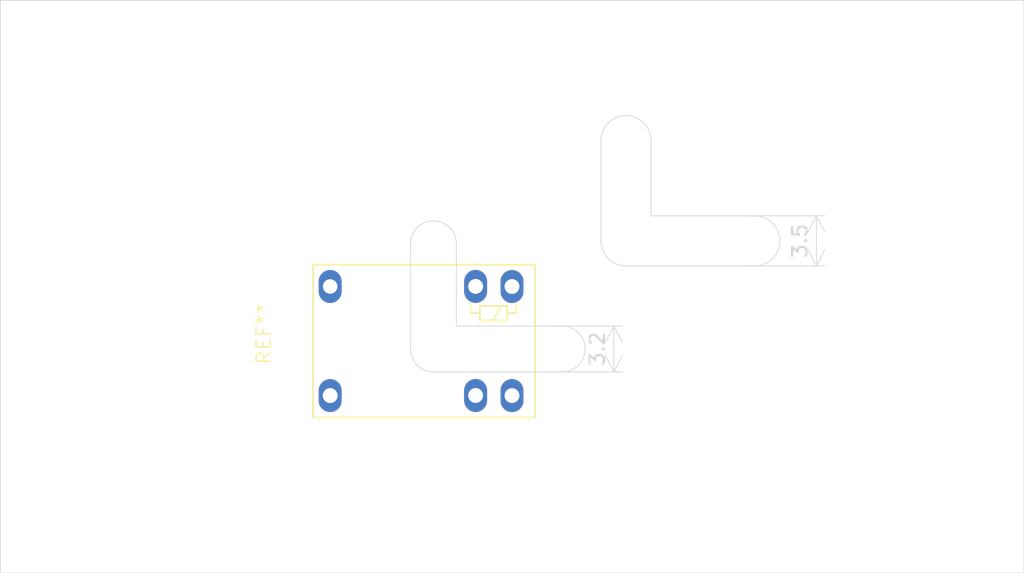
<source format=kicad_pcb>
(kicad_pcb (version 20241229) (generator "pcbnew") (generator_version "9.0")
  (layers (0 "F.Cu" signal) (2 "B.Cu" signal) (13 "F.Paste" user) (15 "B.Paste" user) (5 "F.SilkS" user "F.Silkscreen") (7 "B.SilkS" user "B.Silkscreen") (1 "F.Mask" user) (3 "B.Mask" user) (25 "Edge.Cuts" user))
  (net 0 "")
  (footprint "FS_4_SCHEMATICS:J102K1CS324VDC.20" (layer "F.Cu") (at 119.3875 84.8475 90)
    (property "Reference" "REF**" (at 0.5475 -10.9875 90) (layer "F.SilkS") (effects (font (thickness 0.1))))
    (property "Value" "J102K1CS324VDC.20")
    (fp_line (start 5.378 -7.54) (end 5.378 7.954) (stroke (width 0.12)) (layer "F.SilkS"))
    (fp_line (start -5.29 -7.54) (end 5.378 -7.54) (stroke (width 0.12)) (layer "F.SilkS"))
    (fp_line (start 2.635 3.451) (end 2 3.451) (stroke (width 0.12)) (layer "F.SilkS"))
    (fp_line (start 2 3.451) (end 2 4.111) (stroke (width 0.12)) (layer "F.SilkS"))
    (fp_line (start 2.508 4.111) (end 1.492 4.111) (stroke (width 0.12)) (layer "F.SilkS"))
    (fp_line (start 1.492 4.111) (end 1.492 6.016) (stroke (width 0.12)) (layer "F.SilkS"))
    (fp_line (start 2.508 5.635) (end 1.492 5) (stroke (width 0.12)) (layer "F.SilkS"))
    (fp_line (start 2.508 6.016) (end 2.508 4.111) (stroke (width 0.12)) (layer "F.SilkS"))
    (fp_line (start 2.508 6.016) (end 1.492 6.016) (stroke (width 0.12)) (layer "F.SilkS"))
    (fp_line (start 2.635 6.651) (end 2 6.651) (stroke (width 0.12)) (layer "F.SilkS"))
    (fp_line (start 2 6.651) (end 2 6.016) (stroke (width 0.12)) (layer "F.SilkS"))
    (fp_line (start 5.378 7.954) (end -5.29 7.954) (stroke (width 0.12)) (layer "F.SilkS"))
    (fp_line (start -5.29 7.954) (end -5.29 -7.54) (stroke (width 0.12)) (layer "F.SilkS"))
    (pad "1" thru_hole oval (at -3.7592 6.35 90) (size 2.3 1.6) (drill 1.0414) (layers "*.Cu" "*.Mask"))
    (pad "2" thru_hole oval (at -3.7592 -6.35 90) (size 2.3 1.6) (drill 1.0414) (layers "*.Cu" "*.Mask"))
    (pad "3" thru_hole oval (at 3.8608 -6.35 90) (size 2.3 1.6) (drill 1.016) (layers "*.Cu" "*.Mask"))
    (pad "4" thru_hole oval (at -3.7524 3.81 90) (size 2.3 1.6) (drill 1.0414) (layers "*.Cu" "*.Mask"))
    (pad "A1" thru_hole oval (at 3.8676 3.81 90) (size 2.3 1.6) (drill 1.0414) (layers "*.Cu" "*.Mask"))
    (pad "A2" thru_hole oval (at 3.8608 6.35 90) (size 2.3 1.6) (drill 1.0414) (layers "*.Cu" "*.Mask"))
  )
  (gr_line (start 131.95 77.8) (end 131.95 70.8) (stroke (width 0.05)) (layer "Edge.Cuts"))
  (gr_line (start 120.25 86.95) (end 129.25 86.95) (stroke (width 0.05)) (layer "Edge.Cuts"))
  (gr_line (start 118.65 78) (end 118.65 78.5) (stroke (width 0.05)) (layer "Edge.Cuts"))
  (gr_arc (start 118.65 78) (mid 120.25 76.4) (end 121.85 78) (stroke (width 0.05)) (layer "Edge.Cuts"))
  (gr_line (start 118.65 78.5) (end 118.65 85.35) (stroke (width 0.05)) (layer "Edge.Cuts"))
  (gr_arc (start 133.7 79.55) (mid 132.462563 79.037437) (end 131.95 77.8) (stroke (width 0.05)) (layer "Edge.Cuts"))
  (gr_line (start 135.45 76.05) (end 135.45 70.8) (stroke (width 0.05)) (layer "Edge.Cuts"))
  (gr_rect (start 90 61) (end 161.5 101) (stroke (width 0.05)) (fill no) (layer "Edge.Cuts"))
  (gr_arc (start 129.25 83.75) (mid 130.85 85.35) (end 129.25 86.95) (stroke (width 0.05)) (layer "Edge.Cuts"))
  (gr_arc (start 131.95 70.8) (mid 133.7 69.05) (end 135.45 70.8) (stroke (width 0.05)) (layer "Edge.Cuts"))
  (gr_arc (start 142.7 76.05) (mid 144.45 77.8) (end 142.7 79.55) (stroke (width 0.05)) (layer "Edge.Cuts"))
  (gr_arc (start 120.25 86.95) (mid 119.118629 86.481371) (end 118.65 85.35) (stroke (width 0.05)) (layer "Edge.Cuts"))
  (gr_line (start 142.7 76.05) (end 135.45 76.05) (stroke (width 0.05)) (layer "Edge.Cuts"))
  (gr_line (start 129.25 83.75) (end 121.85 83.75) (stroke (width 0.05)) (layer "Edge.Cuts"))
  (gr_line (start 142.7 79.55) (end 133.7 79.55) (stroke (width 0.05)) (layer "Edge.Cuts"))
  (gr_line (start 121.85 83.75) (end 121.85 78) (stroke (width 0.05)) (layer "Edge.Cuts"))
  (dimension (type orthogonal) (layer "Edge.Cuts") (pts (xy 141.2 76.05) (xy 141.25 79.55)) (height 5.8) (orientation 1) (format (prefix "") (suffix "") (units 3) (units_format 0) (precision 4) (suppress_zeroes yes)) (style (thickness 0.05) (arrow_length 1.27) (text_position_mode 0) (arrow_direction outward) (extension_height 0.58642) (extension_offset 0.5) (keep_text_aligned yes)) (gr_text "3.5" (at 145.85 77.8 90) (layer "Edge.Cuts") (effects (font (size 1 1) (thickness 0.15)))))
  (dimension (type orthogonal) (layer "Edge.Cuts") (pts (xy 128.1 83.75) (xy 128.3 86.95)) (height 4.75) (orientation 1) (format (prefix "") (suffix "") (units 3) (units_format 0) (precision 4) (suppress_zeroes yes)) (style (thickness 0.05) (arrow_length 1.27) (text_position_mode 0) (arrow_direction outward) (extension_height 0.58642) (extension_offset 0.5) (keep_text_aligned yes)) (gr_text "3.2" (at 131.7 85.35 90) (layer "Edge.Cuts") (effects (font (size 1 1) (thickness 0.15)))))
)
</source>
